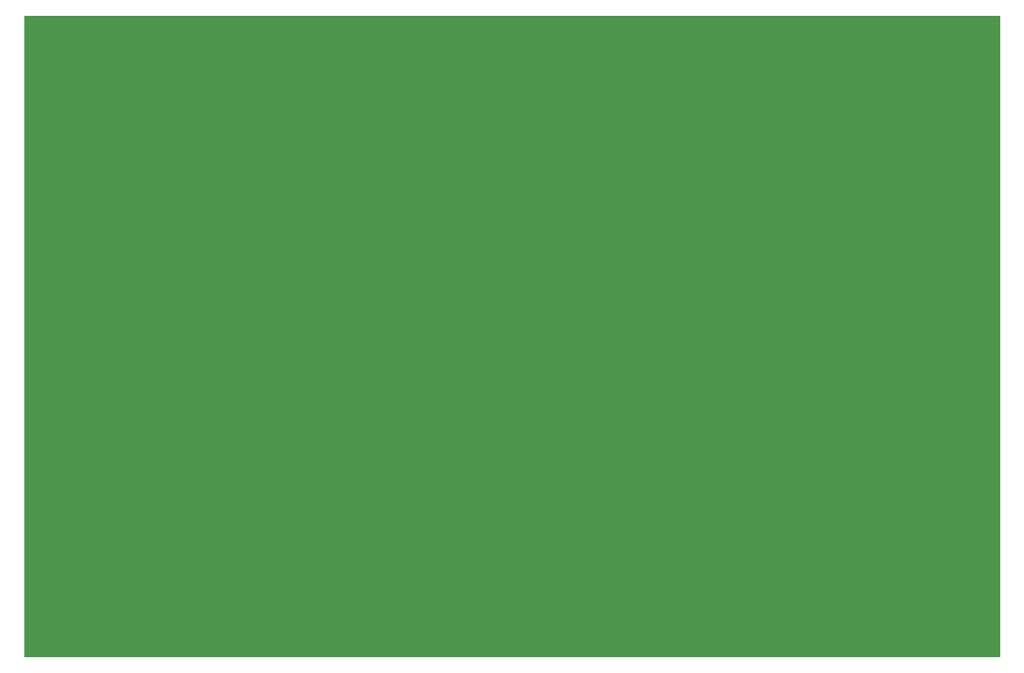
<source format=gbr>
G04 #@! TF.FileFunction,Copper,L4,Bot*
%FSLAX46Y46*%
G04 Gerber Fmt 4.6, Leading zero omitted, Abs format (unit mm)*
G04 Created by KiCad (PCBNEW 7.0.10) date 2025-07-12*
%MOMM*%
%LPD*%
G01*
G04 APERTURE LIST*
%ADD10C,0.300000*%
G04 APERTURE END LIST*
G04 #@! TF.FilePolarity,Positive*
G04 #@! TF.SameCoordinates,Original*
G01*
G04 Copper pour*
G36*
G01X2000000Y2000000D02*
G01X148000000Y2000000D01*
G01X148000000Y98000000D01*
G01X2000000Y98000000D01*
G01X2000000Y2000000D01*
G37*
M02*
</source>
